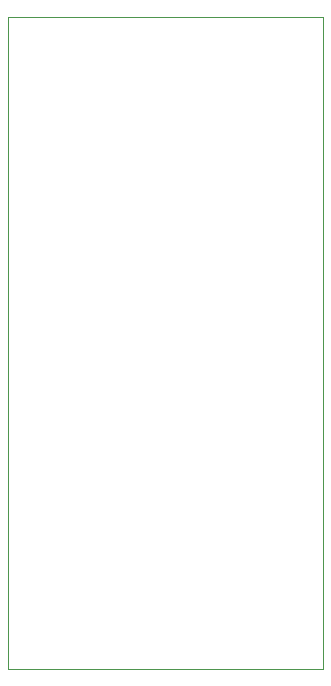
<source format=gm1>
G04 #@! TF.GenerationSoftware,KiCad,Pcbnew,(6.0.9)*
G04 #@! TF.CreationDate,2025-04-02T09:35:12+02:00*
G04 #@! TF.ProjectId,Sombrero_MSX_Goa'uld,536f6d62-7265-4726-9f5f-4d53585f476f,rev?*
G04 #@! TF.SameCoordinates,Original*
G04 #@! TF.FileFunction,Profile,NP*
%FSLAX46Y46*%
G04 Gerber Fmt 4.6, Leading zero omitted, Abs format (unit mm)*
G04 Created by KiCad (PCBNEW (6.0.9)) date 2025-04-02 09:35:12*
%MOMM*%
%LPD*%
G01*
G04 APERTURE LIST*
G04 #@! TA.AperFunction,Profile*
%ADD10C,0.050000*%
G04 #@! TD*
G04 APERTURE END LIST*
D10*
X133985000Y-73025000D02*
X160655000Y-73025000D01*
X160655000Y-73025000D02*
X160655000Y-128270000D01*
X160655000Y-128270000D02*
X133985000Y-128270000D01*
X133985000Y-128270000D02*
X133985000Y-73025000D01*
M02*

</source>
